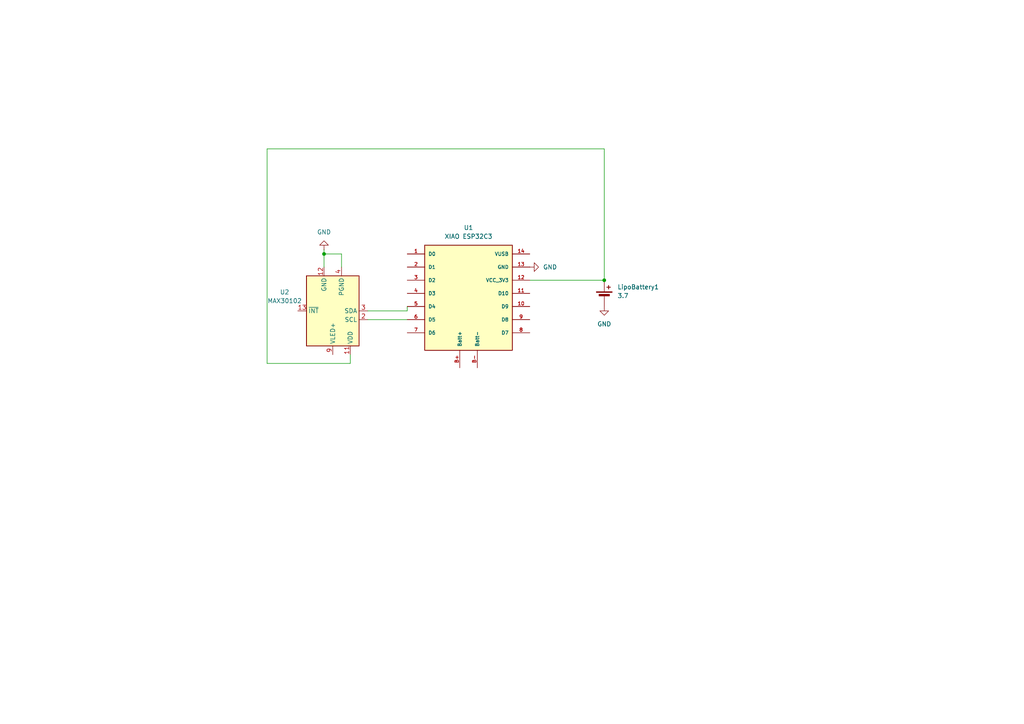
<source format=kicad_sch>
(kicad_sch (version 20250114) (generator "eeschema") (generator_version "9.0")
  (paper "A4")
  (title_block (title "Sensing Device") (date "2026/01/26"))
  (lib_symbols
    (symbol "Device:Battery_Cell" (pin_numbers (hide yes)) (pin_names (offset 0) (hide yes))
      (property "Reference" "BT" (at 2.54 2.54 0))
      (property "Value" "Battery_Cell" (at 2.54 0 0))
      (symbol "Battery_Cell_0_1"
        (rectangle (start -2.286 1.778) (end 2.286 1.524) (fill (type outline)))
        (rectangle (start -1.524 1.016) (end 1.524 0.508) (fill (type outline)))
        (polyline (pts (xy 0 1.778) (xy 0 2.54)))
        (polyline (pts (xy 0 0.762) (xy 0 0)))
        (polyline (pts (xy 0.762 3.048) (xy 1.778 3.048)) (stroke (width 0.254)))
        (polyline (pts (xy 1.27 3.556) (xy 1.27 2.54)) (stroke (width 0.254)))
      )
      (symbol "Battery_Cell_1_1"
        (pin passive line (at 0 5.08 270) (length 2.54) (name "+") (number "1"))
        (pin passive line (at 0 -2.54 90) (length 2.54) (name "-") (number "2"))
      )
    )
    (symbol "Sensor:MAX30102"
      (property "Reference" "U" (at 7.62 15.24 0))
      (property "Value" "MAX30102" (at 7.62 12.7 0))
      (symbol "MAX30102_0_1"
        (rectangle (start -7.62 10.16) (end 7.62 -10.16) (stroke (width 0.254)) (fill (type background)))
      )
      (symbol "MAX30102_1_1"
        (pin input line (at -10.16 2.54 0) (length 2.54) (name "SCL") (number "2"))
        (pin bidirectional line (at -10.16 0 0) (length 2.54) (name "SDA") (number "3"))
        (pin no_connect line (at -7.62 5.08 0) (length 2.54) (hide yes) (name "NC") (number "1"))
        (pin no_connect line (at -7.62 -2.54 0) (length 2.54) (hide yes) (name "NC") (number "7"))
        (pin power_in line (at -5.08 12.7 270) (length 2.54) (name "VDD") (number "11"))
        (pin power_in line (at -2.54 -12.7 90) (length 2.54) (name "PGND") (number "4"))
        (pin passive line (at 0 12.7 270) (length 2.54) (hide yes) (name "VLED+") (number "10"))
        (pin power_in line (at 0 12.7 270) (length 2.54) (name "VLED+") (number "9"))
        (pin power_in line (at 2.54 -12.7 90) (length 2.54) (name "GND") (number "12"))
        (pin no_connect line (at 7.62 5.08 180) (length 2.54) (hide yes) (name "NC") (number "8"))
        (pin no_connect line (at 7.62 2.54 180) (length 2.54) (hide yes) (name "NC") (number "14"))
        (pin no_connect line (at 7.62 -5.08 180) (length 2.54) (hide yes) (name "NC") (number "6"))
        (pin no_connect line (at 7.62 -7.62 180) (length 2.54) (hide yes) (name "NC") (number "5"))
        (pin output line (at 10.16 0 180) (length 2.54) (name "~{INT}") (number "13"))
      )
    )
    (symbol "power:GND" (power) (pin_numbers (hide yes)) (pin_names (offset 0) (hide yes))
      (property "Value" "GND" (at 0 -3.81 0))
      (symbol "GND_0_1"
        (polyline (pts (xy 0 0) (xy 0 -1.27) (xy 1.27 -1.27) (xy 0 -2.54) (xy -1.27 -1.27) (xy 0 -1.27)))
      )
      (symbol "GND_1_1"
        (pin power_in line (at 0 0 270) (length 0) (name "~") (number "1"))
      )
    )
    (symbol "xiao_esp32c3(1):XIAO ESP32C3" (pin_names (offset 1.016))
      (property "Reference" "U" (at -12.7 16.002 0))
      (property "Value" "XIAO ESP32C3" (at 7.62 -19.05 0))
      (symbol "XIAO ESP32C3_0_0"
        (rectangle (start -12.7 15.24) (end 12.7 -15.24) (stroke (width 0.254)) (fill (type background)))
        (pin bidirectional line (at -17.78 12.7 0) (length 5.08) (name "D0") (number "1"))
        (pin bidirectional line (at -17.78 8.89 0) (length 5.08) (name "D1") (number "2"))
        (pin bidirectional line (at -17.78 5.08 0) (length 5.08) (name "D2") (number "3"))
        (pin bidirectional line (at -17.78 1.27 0) (length 5.08) (name "D3") (number "4"))
        (pin bidirectional line (at -17.78 -2.54 0) (length 5.08) (name "D4") (number "5"))
        (pin bidirectional line (at -17.78 -6.35 0) (length 5.08) (name "D5") (number "6"))
        (pin power_in line (at 17.78 12.7 180) (length 5.08) (name "VUSB") (number "14"))
        (pin power_in line (at 17.78 8.89 180) (length 5.08) (name "GND") (number "13"))
        (pin power_in line (at 17.78 5.08 180) (length 5.08) (name "VCC_3V3") (number "12"))
        (pin bidirectional line (at 17.78 1.27 180) (length 5.08) (name "D10") (number "11"))
        (pin bidirectional line (at 17.78 -2.54 180) (length 5.08) (name "D9") (number "10"))
        (pin bidirectional line (at 17.78 -6.35 180) (length 5.08) (name "D8") (number "9"))
      )
      (symbol "XIAO ESP32C3_1_0"
        (pin bidirectional line (at -17.78 -10.16 0) (length 5.08) (name "D6") (number "7"))
        (pin power_in line (at -2.54 -20.32 90) (length 5.08) (name "Batt+") (number "B+"))
        (pin power_in line (at 2.54 -20.32 90) (length 5.08) (name "Batt-") (number "B-"))
        (pin bidirectional line (at 17.78 -10.16 180) (length 5.08) (name "D7") (number "8"))
      )
    )
  )
  (junction (at 175.26 81.28))
  (junction (at 93.98 73.66))
  (wire (pts (xy 106.68 90.17) (xy 118.11 90.17)))
  (wire (pts (xy 77.47 43.18) (xy 175.26 43.18)))
  (wire (pts (xy 118.11 90.17) (xy 118.11 88.9)))
  (wire (pts (xy 93.98 73.66) (xy 93.98 72.39)))
  (wire (pts (xy 93.98 77.47) (xy 93.98 73.66)))
  (wire (pts (xy 101.6 105.41) (xy 101.6 102.87)))
  (wire (pts (xy 77.47 105.41) (xy 101.6 105.41)))
  (wire (pts (xy 99.06 77.47) (xy 99.06 73.66)))
  (wire (pts (xy 175.26 43.18) (xy 175.26 81.28)))
  (wire (pts (xy 93.98 73.66) (xy 99.06 73.66)))
  (wire (pts (xy 106.68 92.71) (xy 118.11 92.71)))
  (wire (pts (xy 77.47 105.41) (xy 77.47 43.18)))
  (wire (pts (xy 153.67 81.28) (xy 175.26 81.28)))
  (symbol (lib_id "power:GND") (at 175.26 88.9 0) (unit 1)
    (property "Reference" "#PWR01" (effects (hide yes)))
    (property "Value" "GND" (at 175.26 93.98 0))
    (property "Description" "Power symbol creates a global label with name \"GND\" , ground" (effects (hide yes)))
  )
  (symbol (lib_id "Device:Battery_Cell") (at 175.26 86.36 0) (unit 1)
    (property "Reference" "LipoBattery1" (at 179.07 83.2484 0) (effects (justify left)))
    (property "Value" "3.7" (at 179.07 85.7884 0) (effects (justify left)))
    (property "Description" "Single-cell battery" (effects (hide yes)))
  )
  (symbol (lib_id "power:GND") (at 153.67 77.47 90) (unit 1)
    (property "Reference" "#PWR02" (effects (hide yes)))
    (property "Value" "GND" (at 157.48 77.4699 90) (effects (justify right)))
    (property "Description" "Power symbol creates a global label with name \"GND\" , ground" (effects (hide yes)))
  )
  (symbol (lib_id "Sensor:MAX30102") (at 96.52 90.17 180) (unit 1)
    (property "Reference" "U2" (at 82.55 84.7246 0))
    (property "Value" "MAX30102" (at 82.55 87.2646 0))
    (property "Footprint" "OptoDevice:Maxim_OLGA-14_3.3x5.6mm_P0.8mm" (effects (hide yes)))
    (property "Datasheet" "https://datasheets.maximintegrated.com/en/ds/MAX30102.pdf" (effects (hide yes)))
    (property "Description" "Heart Rate Sensor, 14-OLGA" (effects (hide yes)))
  )
  (symbol (lib_id "xiao_esp32c3(1):XIAO ESP32C3") (at 135.89 86.36 0) (unit 1)
    (property "Reference" "U1" (at 135.89 66.04 0))
    (property "Value" "XIAO ESP32C3" (at 135.89 68.58 0))
    (property "Footprint" "XIAO_ESP32C3:xiao_esp32c3" (effects (hide yes)))
    (property "Datasheet" "https://files.seeedstudio.com/wiki/Seeed-Studio-XIAO-ESP32/esp32-c3_datasheet.pdf" (effects (hide yes)))
    (property "Description" "ESP32C3 Transceiver Evaluation Board" (effects (hide yes)))
    (property "MANUFACTURER" "Seeed Technology" (effects (hide yes)))
  )
  (symbol (lib_id "power:GND") (at 93.98 72.39 180) (unit 1)
    (property "Reference" "#PWR03" (effects (hide yes)))
    (property "Value" "GND" (at 93.98 67.31 0))
    (property "Description" "Power symbol creates a global label with name \"GND\" , ground" (effects (hide yes)))
  )
)
</source>
